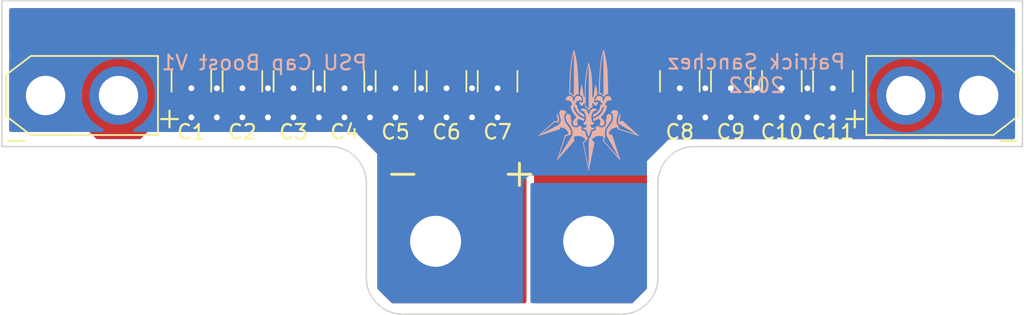
<source format=kicad_pcb>
(kicad_pcb (version 20211014) (generator pcbnew)
  (layers (0 "F.Cu" signal) (31 "B.Cu" signal) (34 "B.Paste" user) (35 "F.Paste" user) (36 "B.SilkS" user "B.Silkscreen") (37 "F.SilkS" user "F.Silkscreen") (38 "B.Mask" user) (39 "F.Mask" user) (44 "Edge.Cuts" user))
  (net 0 "")
  (net 1 "+12V")
  (net 2 "GND")
  (footprint "Capacitor_SMD:C_1210_3225Metric" (layer "F.Cu") (at 142.5 75.525 -90)
    (fp_text reference "C9" (at 3.475 0 180) (layer "F.SilkS"))
    (fp_text value "47uF 16V")
    (pad "1" smd roundrect (at -1.475 0 270) (size 1.15 2.7) (layers "F.Cu" "F.Paste" "F.Mask") (roundrect_rratio 0.2173913043) (net 1 "+12V"))
    (pad "2" smd roundrect (at 1.475 0 270) (size 1.15 2.7) (layers "F.Cu" "F.Paste" "F.Mask") (roundrect_rratio 0.2173913043) (net 2 "GND"))
  )
  (footprint "Capacitor_SMD:C_1210_3225Metric" (layer "F.Cu") (at 149.5 75.525 -90)
    (fp_text reference "C11" (at 3.475 0) (layer "F.SilkS"))
    (fp_text value "47uF 16V")
    (pad "1" smd roundrect (at -1.475 0 270) (size 1.15 2.7) (layers "F.Cu" "F.Paste" "F.Mask") (roundrect_rratio 0.2173913043) (net 1 "+12V"))
    (pad "2" smd roundrect (at 1.475 0 270) (size 1.15 2.7) (layers "F.Cu" "F.Paste" "F.Mask") (roundrect_rratio 0.2173913043) (net 2 "GND"))
  )
  (footprint "Capacitor_SMD:C_1210_3225Metric" (layer "F.Cu") (at 105.5 75.525 -90)
    (fp_text reference "C1" (at 3.475 0 180) (layer "F.SilkS"))
    (fp_text value "47uF 16V")
    (pad "1" smd roundrect (at -1.475 0 270) (size 1.15 2.7) (layers "F.Cu" "F.Paste" "F.Mask") (roundrect_rratio 0.2173913043) (net 1 "+12V"))
    (pad "2" smd roundrect (at 1.475 0 270) (size 1.15 2.7) (layers "F.Cu" "F.Paste" "F.Mask") (roundrect_rratio 0.2173913043) (net 2 "GND"))
  )
  (footprint "ScrewHole:M3.5" (layer "F.Cu") (at 122.25 86.5)
    (fp_text reference "J2" hide)
    (fp_text value "Conn_01x01")
    (pad "1" thru_hole rect (at 0 0) (size 6 6) (drill 3.5) (layers *.Cu *.Mask) (net 2 "GND"))
  )
  (footprint "Capacitor_SMD:C_1210_3225Metric" (layer "F.Cu") (at 123 75.525 -90)
    (fp_text reference "C6" (at 3.475 0 180) (layer "F.SilkS"))
    (fp_text value "47uF 16V")
    (pad "1" smd roundrect (at -1.475 0 270) (size 1.15 2.7) (layers "F.Cu" "F.Paste" "F.Mask") (roundrect_rratio 0.2173913043) (net 1 "+12V"))
    (pad "2" smd roundrect (at 1.475 0 270) (size 1.15 2.7) (layers "F.Cu" "F.Paste" "F.Mask") (roundrect_rratio 0.2173913043) (net 2 "GND"))
  )
  (footprint "Capacitor_SMD:C_1210_3225Metric" (layer "F.Cu") (at 119.5 75.525 -90)
    (fp_text reference "C5" (at 3.475 0 180) (layer "F.SilkS"))
    (fp_text value "47uF 16V")
    (pad "1" smd roundrect (at -1.475 0 270) (size 1.15 2.7) (layers "F.Cu" "F.Paste" "F.Mask") (roundrect_rratio 0.2173913043) (net 1 "+12V"))
    (pad "2" smd roundrect (at 1.475 0 270) (size 1.15 2.7) (layers "F.Cu" "F.Paste" "F.Mask") (roundrect_rratio 0.2173913043) (net 2 "GND"))
  )
  (footprint "Capacitor_SMD:C_1210_3225Metric" (layer "F.Cu") (at 116 75.525 -90)
    (fp_text reference "C4" (at 3.475 0) (layer "F.SilkS"))
    (fp_text value "47uF 16V")
    (pad "1" smd roundrect (at -1.475 0 270) (size 1.15 2.7) (layers "F.Cu" "F.Paste" "F.Mask") (roundrect_rratio 0.2173913043) (net 1 "+12V"))
    (pad "2" smd roundrect (at 1.475 0 270) (size 1.15 2.7) (layers "F.Cu" "F.Paste" "F.Mask") (roundrect_rratio 0.2173913043) (net 2 "GND"))
  )
  (footprint "Capacitor_SMD:C_1210_3225Metric" (layer "F.Cu") (at 139 75.525 -90)
    (fp_text reference "C8" (at 3.475 0 180) (layer "F.SilkS"))
    (fp_text value "47uF 16V")
    (pad "1" smd roundrect (at -1.475 0 270) (size 1.15 2.7) (layers "F.Cu" "F.Paste" "F.Mask") (roundrect_rratio 0.2173913043) (net 1 "+12V"))
    (pad "2" smd roundrect (at 1.475 0 270) (size 1.15 2.7) (layers "F.Cu" "F.Paste" "F.Mask") (roundrect_rratio 0.2173913043) (net 2 "GND"))
  )
  (footprint "Capacitor_SMD:C_1210_3225Metric" (layer "F.Cu") (at 109 75.525 -90)
    (fp_text reference "C2" (at 3.475 0 180) (layer "F.SilkS"))
    (fp_text value "47uF 16V")
    (pad "1" smd roundrect (at -1.475 0 270) (size 1.15 2.7) (layers "F.Cu" "F.Paste" "F.Mask") (roundrect_rratio 0.2173913043) (net 1 "+12V"))
    (pad "2" smd roundrect (at 1.475 0 270) (size 1.15 2.7) (layers "F.Cu" "F.Paste" "F.Mask") (roundrect_rratio 0.2173913043) (net 2 "GND"))
  )
  (footprint "Connector_AMASS:AMASS_XT30U-F_1x02_P5.0mm_Vertical" (layer "F.Cu") (at 159.5 76.5 180)
    (fp_text reference "J3" hide)
    (fp_text value "XT30")
    (fp_text user "+" (at 8.5 -1.5) (layer "F.SilkS") (effects (font (size 1.5 1.5))))
    (fp_text user "-" (at -2 -3) (layer "F.SilkS") (effects (font (size 1.5 1.5))))
    (pad "1" thru_hole rect (at 0 0 180) (size 3.8 3.8) (drill 2.7) (layers *.Cu *.Mask) (net 2 "GND"))
    (pad "2" thru_hole circle (at 5 0 180) (size 4 4) (drill 2.7) (layers *.Cu *.Mask) (net 1 "+12V"))
  )
  (footprint "Connector_AMASS:AMASS_XT30U-F_1x02_P5.0mm_Vertical" (layer "F.Cu") (at 95.5 76.5)
    (fp_text reference "J4" hide)
    (fp_text value "XT30")
    (fp_text user "+" (at 8.5 1.5) (layer "F.SilkS") (effects (font (size 1.5 1.5))))
    (fp_text user "-" (at -2 3) (layer "F.SilkS") (effects (font (size 1.5 1.5))))
    (pad "1" thru_hole rect (at 0 0) (size 3.8 3.8) (drill 2.7) (layers *.Cu *.Mask) (net 2 "GND"))
    (pad "2" thru_hole circle (at 5 0) (size 4 4) (drill 2.7) (layers *.Cu *.Mask) (net 1 "+12V"))
  )
  (footprint "Capacitor_SMD:C_1210_3225Metric" (layer "F.Cu") (at 146 75.525 -90)
    (fp_text reference "C10" (at 3.475 0 180) (layer "F.SilkS"))
    (fp_text value "47uF 16V")
    (pad "1" smd roundrect (at -1.475 0 270) (size 1.15 2.7) (layers "F.Cu" "F.Paste" "F.Mask") (roundrect_rratio 0.2173913043) (net 1 "+12V"))
    (pad "2" smd roundrect (at 1.475 0 270) (size 1.15 2.7) (layers "F.Cu" "F.Paste" "F.Mask") (roundrect_rratio 0.2173913043) (net 2 "GND"))
  )
  (footprint "Capacitor_SMD:C_1210_3225Metric" (layer "F.Cu") (at 112.5 75.525 -90)
    (fp_text reference "C3" (at 3.475 0) (layer "F.SilkS"))
    (fp_text value "47uF 16V")
    (pad "1" smd roundrect (at -1.475 0 270) (size 1.15 2.7) (layers "F.Cu" "F.Paste" "F.Mask") (roundrect_rratio 0.2173913043) (net 1 "+12V"))
    (pad "2" smd roundrect (at 1.475 0 270) (size 1.15 2.7) (layers "F.Cu" "F.Paste" "F.Mask") (roundrect_rratio 0.2173913043) (net 2 "GND"))
  )
  (footprint "ScrewHole:M3.5" (layer "F.Cu") (at 132.75 86.5)
    (fp_text reference "J1" hide)
    (fp_text value "Conn_01x01")
    (pad "1" thru_hole rect (at 0 0) (size 6 6) (drill 3.5) (layers *.Cu *.Mask) (net 1 "+12V"))
  )
  (footprint "Capacitor_SMD:C_1210_3225Metric" (layer "F.Cu") (at 126.5 75.525 -90)
    (fp_text reference "C7" (at 3.475 0 180) (layer "F.SilkS"))
    (fp_text value "47uF 16V")
    (pad "1" smd roundrect (at -1.475 0 270) (size 1.15 2.7) (layers "F.Cu" "F.Paste" "F.Mask") (roundrect_rratio 0.2173913043) (net 1 "+12V"))
    (pad "2" smd roundrect (at 1.475 0 270) (size 1.15 2.7) (layers "F.Cu" "F.Paste" "F.Mask") (roundrect_rratio 0.2173913043) (net 2 "GND"))
  )
  (footprint "Silkscreens:YoRHa_7mm" (layer "B.Cu") (at 132.75 77.5 180)
    (fp_text reference "G***" hide)
    (fp_text value "LOGO" hide)
  )
  (gr_line (start 92.5 70) (end 162.5 70) (layer "Edge.Cuts") (width 0.1))
  (gr_line (start 137.5 82.5) (end 137.5 89) (layer "Edge.Cuts") (width 0.1))
  (gr_line (start 120 91.5) (end 135 91.5) (layer "Edge.Cuts") (width 0.1))
  (gr_line (start 140 80) (end 162.5 80) (layer "Edge.Cuts") (width 0.1))
  (gr_arc (start 120 91.5) (mid 118.232233 90.767767) (end 117.5 89) (layer "Edge.Cuts") (width 0.1))
  (gr_arc (start 115 80) (mid 116.767767 80.732233) (end 117.5 82.5) (layer "Edge.Cuts") (width 0.1))
  (gr_line (start 92.5 70) (end 92.5 80) (layer "Edge.Cuts") (width 0.1))
  (gr_line (start 162.5 70) (end 162.5 80) (layer "Edge.Cuts") (width 0.1))
  (gr_line (start 92.5 80) (end 115 80) (layer "Edge.Cuts") (width 0.1))
  (gr_arc (start 137.5 89) (mid 136.767767 90.767767) (end 135 91.5) (layer "Edge.Cuts") (width 0.1))
  (gr_line (start 117.5 89) (end 117.5 82.5) (layer "Edge.Cuts") (width 0.1))
  (gr_arc (start 137.5 82.5) (mid 138.232233 80.732233) (end 140 80) (layer "Edge.Cuts") (width 0.1))
  (gr_text "Patrick Sanchez\n2022" (at 144.25 75) (layer "B.SilkS") (effects (font (size 1 1)) (justify mirror)))
  (gr_text "PSU Cap Boost V1" (at 110.5 74.25) (layer "B.SilkS") (effects (font (size 1 1)) (justify mirror)))
  (gr_text "+" (at 128 81.75) (layer "F.SilkS") (effects (font (size 2 2) (thickness 0.2))))
  (gr_text "-" (at 120 81.75) (layer "F.SilkS") (effects (font (size 2 2) (thickness 0.2))))
  (via (at 123 76) (size 0.7) (drill 0.4) (layers "F.Cu" "B.Cu") (net 2))
  (via (at 139 78) (size 0.7) (drill 0.4) (layers "F.Cu" "B.Cu") (net 2))
  (via (at 149.5 78) (size 0.7) (drill 0.4) (layers "F.Cu" "B.Cu") (net 2))
  (via (at 144.25 76) (size 0.7) (drill 0.4) (layers "F.Cu" "B.Cu") (net 2))
  (via (at 116 78) (size 0.7) (drill 0.4) (layers "F.Cu" "B.Cu") (net 2))
  (via (at 107.25 76) (size 0.7) (drill 0.4) (layers "F.Cu" "B.Cu") (net 2))
  (via (at 121.25 78) (size 0.7) (drill 0.4) (layers "F.Cu" "B.Cu") (net 2))
  (via (at 112.5 76) (size 0.7) (drill 0.4) (layers "F.Cu" "B.Cu") (net 2))
  (via (at 123 78) (size 0.7) (drill 0.4) (layers "F.Cu" "B.Cu") (net 2))
  (via (at 105.5 78) (size 0.7) (drill 0.4) (layers "F.Cu" "B.Cu") (net 2))
  (via (at 146 76) (size 0.7) (drill 0.4) (layers "F.Cu" "B.Cu") (net 2))
  (via (at 124.75 78) (size 0.7) (drill 0.4) (layers "F.Cu" "B.Cu") (net 2))
  (via (at 121.25 76) (size 0.7) (drill 0.4) (layers "F.Cu" "B.Cu") (net 2))
  (via (at 142.5 78) (size 0.7) (drill 0.4) (layers "F.Cu" "B.Cu") (net 2))
  (via (at 109 76) (size 0.7) (drill 0.4) (layers "F.Cu" "B.Cu") (net 2))
  (via (at 110.75 76) (size 0.7) (drill 0.4) (layers "F.Cu" "B.Cu") (net 2))
  (via (at 147.75 78) (size 0.7) (drill 0.4) (layers "F.Cu" "B.Cu") (net 2))
  (via (at 114.25 76) (size 0.7) (drill 0.4) (layers "F.Cu" "B.Cu") (net 2))
  (via (at 147.75 76) (size 0.7) (drill 0.4) (layers "F.Cu" "B.Cu") (net 2))
  (via (at 105.5 76) (size 0.7) (drill 0.4) (layers "F.Cu" "B.Cu") (net 2))
  (via (at 139 76) (size 0.7) (drill 0.4) (layers "F.Cu" "B.Cu") (net 2))
  (via (at 119.5 76) (size 0.7) (drill 0.4) (layers "F.Cu" "B.Cu") (net 2))
  (via (at 110.75 78) (size 0.7) (drill 0.4) (layers "F.Cu" "B.Cu") (net 2))
  (via (at 146 78) (size 0.7) (drill 0.4) (layers "F.Cu" "B.Cu") (net 2))
  (via (at 126.5 76) (size 0.7) (drill 0.4) (layers "F.Cu" "B.Cu") (net 2))
  (via (at 124.75 76) (size 0.7) (drill 0.4) (layers "F.Cu" "B.Cu") (net 2))
  (via (at 117.75 76) (size 0.7) (drill 0.4) (layers "F.Cu" "B.Cu") (net 2))
  (via (at 140.75 76) (size 0.7) (drill 0.4) (layers "F.Cu" "B.Cu") (net 2))
  (via (at 140.75 78) (size 0.7) (drill 0.4) (layers "F.Cu" "B.Cu") (net 2))
  (via (at 119.5 78) (size 0.7) (drill 0.4) (layers "F.Cu" "B.Cu") (net 2))
  (via (at 107.25 78) (size 0.7) (drill 0.4) (layers "F.Cu" "B.Cu") (net 2))
  (via (at 114.25 78) (size 0.7) (drill 0.4) (layers "F.Cu" "B.Cu") (net 2))
  (via (at 144.25 78) (size 0.7) (drill 0.4) (layers "F.Cu" "B.Cu") (net 2))
  (via (at 116 76) (size 0.7) (drill 0.4) (layers "F.Cu" "B.Cu") (net 2))
  (via (at 117.75 78) (size 0.7) (drill 0.4) (layers "F.Cu" "B.Cu") (net 2))
  (via (at 109 78) (size 0.7) (drill 0.4) (layers "F.Cu" "B.Cu") (net 2))
  (via (at 112.5 78) (size 0.7) (drill 0.4) (layers "F.Cu" "B.Cu") (net 2))
  (via (at 126.5 78) (size 0.7) (drill 0.4) (layers "F.Cu" "B.Cu") (net 2))
  (via (at 149.5 76) (size 0.7) (drill 0.4) (layers "F.Cu" "B.Cu") (net 2))
  (via (at 142.5 76) (size 0.7) (drill 0.4) (layers "F.Cu" "B.Cu") (net 2))
  (zone (net 2) (net_name "GND") (layers F&B.Cu) (connect_pads yes (clearance 0.508)) (min_thickness 0.254) (fill yes (thermal_gap 0.508) (thermal_bridge_width 0.508))
    (polygon (pts (xy 162 79.5) (xy 138.25 79.5) (xy 136.75 81) (xy 136.75 89.75) (xy 135.75 90.75) (xy 119.25 90.75) (xy 118.25 89.75) (xy 118.25 80.5) (xy 116.75 79) (xy 93 79) (xy 93 70.5) (xy 162 70.5)))
  )
  (zone (net 1) (net_name "+12V") (layer "F.Cu") (priority 1) (connect_pads yes (clearance 0.508)) (min_thickness 0.254) (fill yes (thermal_gap 0.508) (thermal_bridge_width 0.508))
    (polygon (pts (xy 162 73.5) (xy 158 73.5) (xy 157 74.5) (xy 157 78.5) (xy 156 79.5) (xy 153 79.5) (xy 152 78.5) (xy 152 76) (xy 151 75) (xy 137.75 75) (xy 136.75 76) (xy 136.75 89.75) (xy 135.75 90.75) (xy 129 90.75) (xy 129 76) (xy 128 75) (xy 104 75) (xy 103 76) (xy 103 78.5) (xy 102 79.5) (xy 99 79.5) (xy 98 78.5) (xy 98 74.5) (xy 97 73.5) (xy 93 73.5) (xy 93 70.5) (xy 162 70.5)))
  )
  (zone (net 1) (net_name "+12V") (layer "B.Cu") (priority 1) (connect_pads yes (clearance 0.508)) (min_thickness 0.254) (fill yes (thermal_gap 0.508) (thermal_bridge_width 0.508))
    (polygon (pts (xy 136.75 89.75) (xy 135.75 90.75) (xy 128.75 90.75) (xy 128.75 82.5) (xy 136.75 82.5)))
  )
)
</source>
